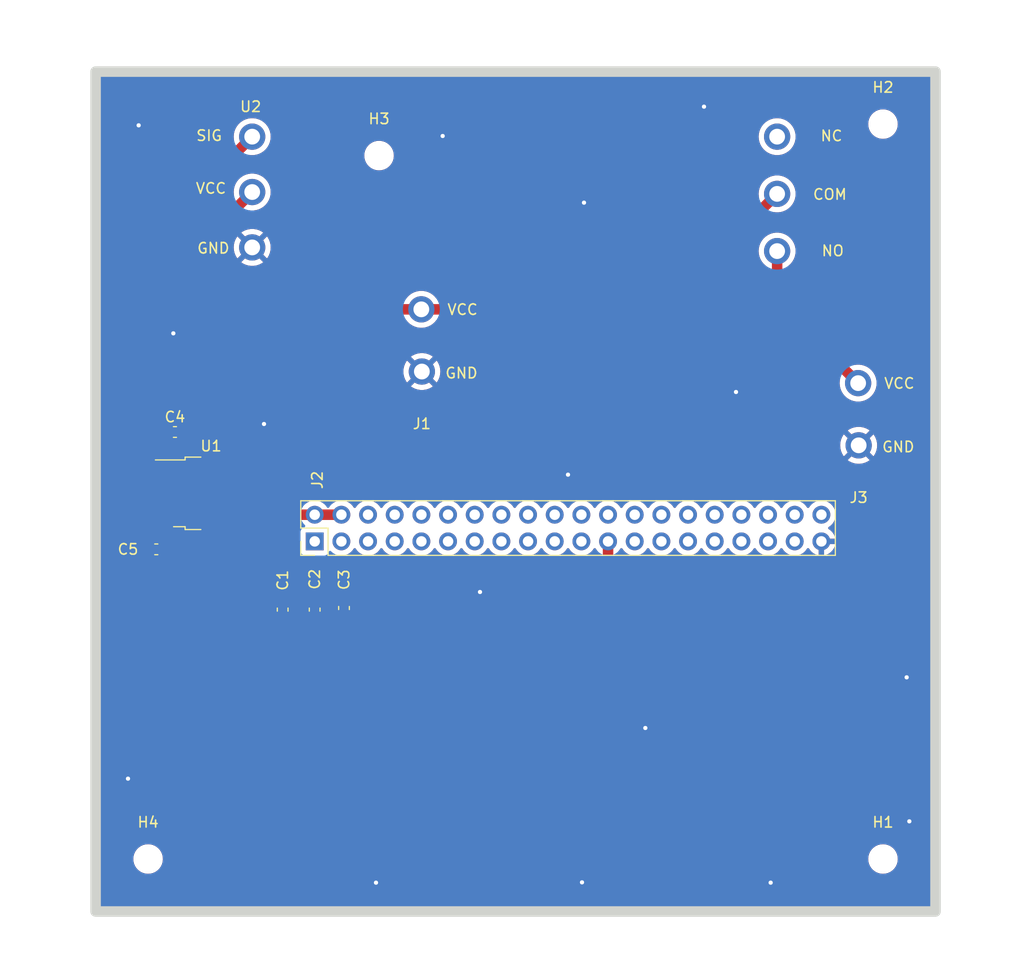
<source format=kicad_pcb>
(kicad_pcb (version 20221018) (generator pcbnew)
  (layers (0 "F.Cu" signal) (31 "B.Cu" signal) (34 "B.Paste" user) (35 "F.Paste" user) (36 "B.SilkS" user "B.Silkscreen") (37 "F.SilkS" user "F.Silkscreen") (38 "B.Mask" user) (39 "F.Mask" user) (44 "Edge.Cuts" user))
  (net 0 "")
  (net 1 "/5VDC_REG")
  (net 2 "/12VDC_REG")
  (net 3 "GND")
  (net 24 "/RELAY_SIG")
  (net 41 "Net-(J3-Pad1)")
  (footprint "MountingHole:MountingHole_2.5mm" (layer "F.Cu") (at 77 58)
    (fp_text reference "H3" (at 0 -3.5) (layer "F.SilkS"))
    (fp_text value "MountingHole")
    (pad "" np_thru_hole circle (at 0 0) (size 2.5 2.5) (drill 2.5) (layers "*.Cu" "*.Mask"))
  )
  (footprint "warning-light:01x02 pwr_input" (layer "F.Cu") (at 122.682 88.073)
    (fp_text reference "J3" (at 0 2.5 unlocked) (layer "F.SilkS"))
    (fp_text value "01x02_relay_conn")
    (fp_text user "VCC" (at 3.875 -8.375 unlocked) (layer "F.SilkS"))
    (fp_text user "GND" (at 3.775 -2.325 unlocked) (layer "F.SilkS"))
    (pad "1" thru_hole circle (at -0.05 -8.4) (size 2.5 2.5) (drill 1.5) (layers "*.Cu" "*.Mask") (net 41 "Net-(J3-Pad1)"))
    (pad "2" thru_hole circle (at 0 -2.475) (size 2.5 2.5) (drill 1.5) (layers "*.Cu" "*.Mask") (net 3 "GND"))
  )
  (footprint "warning-light:relay" (layer "F.Cu") (at 64.916 68.247)
    (fp_text reference "U2" (at -0.146 -14.907 unlocked) (layer "F.SilkS"))
    (fp_text value "relay")
    (fp_text user "NC" (at 55.175 -12.125 unlocked) (layer "F.SilkS"))
    (fp_text user "SIG" (at -4.1 -12.15 unlocked) (layer "F.SilkS"))
    (fp_text user "COM" (at 55.025 -6.55 unlocked) (layer "F.SilkS"))
    (fp_text user "NO" (at 55.3 -1.175 unlocked) (layer "F.SilkS"))
    (fp_text user "VCC" (at -3.925 -7.125 unlocked) (layer "F.SilkS"))
    (fp_text user "GND" (at -3.7 -1.425 unlocked) (layer "F.SilkS"))
    (pad "1" thru_hole circle (at 0 -12.05) (size 2.5 2.5) (drill 1.5) (layers "*.Cu" "*.Mask") (net 24 "/RELAY_SIG"))
    (pad "2" thru_hole circle (at 0 -6.775) (size 2.5 2.5) (drill 1.5) (layers "*.Cu" "*.Mask") (net 1 "/5VDC_REG"))
    (pad "3" thru_hole circle (at 0 -1.5) (size 2.5 2.5) (drill 1.5) (layers "*.Cu" "*.Mask") (net 3 "GND"))
    (pad "4" thru_hole circle (at 50 -12.05) (size 2.5 2.5) (drill 1.5) (layers "*.Cu" "*.Mask"))
    (pad "5" thru_hole circle (at 50 -6.6) (size 2.5 2.5) (drill 1.5) (layers "*.Cu" "*.Mask") (net 2 "/12VDC_REG"))
    (pad "6" thru_hole circle (at 50 -1.15) (size 2.5 2.5) (drill 1.5) (layers "*.Cu" "*.Mask") (net 41 "Net-(J3-Pad1)"))
  )
  (footprint "Capacitor_SMD:C_0603_1608Metric_Pad1.08x0.95mm_HandSolder" (layer "F.Cu") (at 70.866 101.2455 -90)
    (fp_text reference "C2" (at -2.8945 0 90) (layer "F.SilkS"))
    (fp_text value "1uF")
    (fp_line (start -0.146267 -0.51) (end 0.146267 -0.51) (stroke (width 0.12)) (layer "F.SilkS"))
    (fp_line (start -0.146267 0.51) (end 0.146267 0.51) (stroke (width 0.12)) (layer "F.SilkS"))
    (pad "1" smd roundrect (at -0.8625 0 270) (size 1.075 0.95) (layers "F.Cu" "F.Paste" "F.Mask") (net 1 "/5VDC_REG"))
    (pad "2" smd roundrect (at 0.8625 0 270) (size 1.075 0.95) (layers "F.Cu" "F.Paste" "F.Mask") (net 3 "GND"))
  )
  (footprint "MountingHole:MountingHole_2.5mm" (layer "F.Cu") (at 55 125)
    (fp_text reference "H4" (at 0 -3.5) (layer "F.SilkS"))
    (fp_text value "MountingHole")
    (pad "" np_thru_hole circle (at 0 0) (size 2.5 2.5) (drill 2.5) (layers "*.Cu" "*.Mask"))
  )
  (footprint "MountingHole:MountingHole_2.5mm" (layer "F.Cu") (at 125 125)
    (fp_text reference "H1" (at 0 -3.5) (layer "F.SilkS"))
    (fp_text value "MountingHole")
    (pad "" np_thru_hole circle (at 0 0) (size 2.5 2.5) (drill 2.5) (layers "*.Cu" "*.Mask"))
  )
  (footprint "Capacitor_SMD:C_0603_1608Metric_Pad1.08x0.95mm_HandSolder" (layer "F.Cu") (at 57.5575 84.328)
    (fp_text reference "C4" (at 0 -1.43) (layer "F.SilkS"))
    (fp_text value ".33uF")
    (fp_line (start -0.146267 -0.51) (end 0.146267 -0.51) (stroke (width 0.12)) (layer "F.SilkS"))
    (fp_line (start -0.146267 0.51) (end 0.146267 0.51) (stroke (width 0.12)) (layer "F.SilkS"))
    (pad "1" smd roundrect (at -0.8625 0) (size 1.075 0.95) (layers "F.Cu" "F.Paste" "F.Mask") (net 2 "/12VDC_REG"))
    (pad "2" smd roundrect (at 0.8625 0) (size 1.075 0.95) (layers "F.Cu" "F.Paste" "F.Mask") (net 3 "GND"))
  )
  (footprint "Capacitor_SMD:C_0603_1608Metric_Pad1.08x0.95mm_HandSolder" (layer "F.Cu") (at 67.818 101.2455 -90)
    (fp_text reference "C1" (at -2.794 0 90) (layer "F.SilkS"))
    (fp_text value "10uF")
    (fp_line (start -0.146267 -0.51) (end 0.146267 -0.51) (stroke (width 0.12)) (layer "F.SilkS"))
    (fp_line (start -0.146267 0.51) (end 0.146267 0.51) (stroke (width 0.12)) (layer "F.SilkS"))
    (pad "1" smd roundrect (at -0.8625 0 270) (size 1.075 0.95) (layers "F.Cu" "F.Paste" "F.Mask") (net 1 "/5VDC_REG"))
    (pad "2" smd roundrect (at 0.8625 0 270) (size 1.075 0.95) (layers "F.Cu" "F.Paste" "F.Mask") (net 3 "GND"))
  )
  (footprint "Capacitor_SMD:C_0603_1608Metric_Pad1.08x0.95mm_HandSolder" (layer "F.Cu") (at 55.7795 95.504 180)
    (fp_text reference "C5" (at 2.6935 0) (layer "F.SilkS"))
    (fp_text value "0.1uF")
    (fp_line (start -0.146267 -0.51) (end 0.146267 -0.51) (stroke (width 0.12)) (layer "F.SilkS"))
    (fp_line (start -0.146267 0.51) (end 0.146267 0.51) (stroke (width 0.12)) (layer "F.SilkS"))
    (pad "1" smd roundrect (at -0.8625 0 180) (size 1.075 0.95) (layers "F.Cu" "F.Paste" "F.Mask") (net 1 "/5VDC_REG"))
    (pad "2" smd roundrect (at 0.8625 0 180) (size 1.075 0.95) (layers "F.Cu" "F.Paste" "F.Mask") (net 3 "GND"))
  )
  (footprint "warning-light:01x02 pwr_input" (layer "F.Cu") (at 81.076 81.044)
    (fp_text reference "J1" (at 0 2.5 unlocked) (layer "F.SilkS"))
    (fp_text value "01x02_12V_PWR_in")
    (fp_text user "GND" (at 3.775 -2.325 unlocked) (layer "F.SilkS"))
    (fp_text user "VCC" (at 3.875 -8.375 unlocked) (layer "F.SilkS"))
    (pad "1" thru_hole circle (at -0.05 -8.4) (size 2.5 2.5) (drill 1.5) (layers "*.Cu" "*.Mask") (net 2 "/12VDC_REG"))
    (pad "2" thru_hole circle (at 0 -2.475) (size 2.5 2.5) (drill 1.5) (layers "*.Cu" "*.Mask") (net 3 "GND"))
  )
  (footprint "Capacitor_SMD:C_0603_1608Metric_Pad1.08x0.95mm_HandSolder" (layer "F.Cu") (at 73.66 101.092 -90)
    (fp_text reference "C3" (at -2.6935 0 90) (layer "F.SilkS"))
    (fp_text value "0.1uF")
    (fp_line (start -0.146267 -0.51) (end 0.146267 -0.51) (stroke (width 0.12)) (layer "F.SilkS"))
    (fp_line (start -0.146267 0.51) (end 0.146267 0.51) (stroke (width 0.12)) (layer "F.SilkS"))
    (pad "1" smd roundrect (at -0.8625 0 270) (size 1.075 0.95) (layers "F.Cu" "F.Paste" "F.Mask") (net 1 "/5VDC_REG"))
    (pad "2" smd roundrect (at 0.8625 0 270) (size 1.075 0.95) (layers "F.Cu" "F.Paste" "F.Mask") (net 3 "GND"))
  )
  (footprint "MountingHole:MountingHole_2.5mm" (layer "F.Cu") (at 125 55)
    (fp_text reference "H2" (at 0 -3.5) (layer "F.SilkS"))
    (fp_text value "MountingHole")
    (pad "" np_thru_hole circle (at 0 0) (size 2.5 2.5) (drill 2.5) (layers "*.Cu" "*.Mask"))
  )
  (footprint "Package_TO_SOT_SMD:TO-252-2" (layer "F.Cu") (at 60.995 90.169)
    (fp_text reference "U1" (at 0 -4.5) (layer "F.SilkS"))
    (fp_text value "L7805CDT-TR")
    (fp_line (start -2.47 -3.45) (end -2.47 -3.18) (stroke (width 0.12)) (layer "F.SilkS"))
    (fp_line (start -2.47 -3.18) (end -5.3 -3.18) (stroke (width 0.12)) (layer "F.SilkS"))
    (fp_line (start -2.47 3.18) (end -3.57 3.18) (stroke (width 0.12)) (layer "F.SilkS"))
    (fp_line (start -2.47 3.45) (end -2.47 3.18) (stroke (width 0.12)) (layer "F.SilkS"))
    (fp_line (start -0.97 -3.45) (end -2.47 -3.45) (stroke (width 0.12)) (layer "F.SilkS"))
    (fp_line (start -0.97 3.45) (end -2.47 3.45) (stroke (width 0.12)) (layer "F.SilkS"))
    (pad "1" smd rect (at -4.2 -2.28) (size 2.2 1.2) (layers "F.Cu" "F.Paste" "F.Mask") (net 2 "/12VDC_REG"))
    (pad "2" smd rect (at 2.1 0) (size 6.4 5.8) (layers "F.Cu" "F.Mask") (net 3 "GND"))
    (pad "3" smd rect (at -4.2 2.28) (size 2.2 1.2) (layers "F.Cu" "F.Paste" "F.Mask") (net 1 "/5VDC_REG"))
  )
  (footprint "Connector_PinHeader_2.54mm:PinHeader_2x20_P2.54mm_Vertical" (layer "F.Cu") (at 70.871 94.747 90)
    (fp_text reference "J2" (at 5.847 0.249 90) (layer "F.SilkS"))
    (fp_text value "Conn_02x20_Odd_Even")
    (fp_line (start -1.33 -1.33) (end 0 -1.33) (stroke (width 0.12)) (layer "F.SilkS"))
    (fp_line (start -1.33 0) (end -1.33 -1.33) (stroke (width 0.12)) (layer "F.SilkS"))
    (fp_line (start -1.33 1.27) (end -1.33 49.59) (stroke (width 0.12)) (layer "F.SilkS"))
    (fp_line (start -1.33 1.27) (end 1.27 1.27) (stroke (width 0.12)) (layer "F.SilkS"))
    (fp_line (start -1.33 49.59) (end 3.87 49.59) (stroke (width 0.12)) (layer "F.SilkS"))
    (fp_line (start 1.27 -1.33) (end 3.87 -1.33) (stroke (width 0.12)) (layer "F.SilkS"))
    (fp_line (start 1.27 1.27) (end 1.27 -1.33) (stroke (width 0.12)) (layer "F.SilkS"))
    (fp_line (start 3.87 -1.33) (end 3.87 49.59) (stroke (width 0.12)) (layer "F.SilkS"))
    (pad "1" thru_hole rect (at 0 0 90) (size 1.7 1.7) (drill 1) (layers "*.Cu" "*.Mask"))
    (pad "2" thru_hole oval (at 2.54 0 90) (size 1.7 1.7) (drill 1) (layers "*.Cu" "*.Mask") (net 1 "/5VDC_REG"))
    (pad "3" thru_hole oval (at 0 2.54 90) (size 1.7 1.7) (drill 1) (layers "*.Cu" "*.Mask"))
    (pad "4" thru_hole oval (at 2.54 2.54 90) (size 1.7 1.7) (drill 1) (layers "*.Cu" "*.Mask") (net 1 "/5VDC_REG"))
    (pad "5" thru_hole oval (at 0 5.08 90) (size 1.7 1.7) (drill 1) (layers "*.Cu" "*.Mask"))
    (pad "6" thru_hole oval (at 2.54 5.08 90) (size 1.7 1.7) (drill 1) (layers "*.Cu" "*.Mask"))
    (pad "7" thru_hole oval (at 0 7.62 90) (size 1.7 1.7) (drill 1) (layers "*.Cu" "*.Mask"))
    (pad "8" thru_hole oval (at 2.54 7.62 90) (size 1.7 1.7) (drill 1) (layers "*.Cu" "*.Mask"))
    (pad "9" thru_hole oval (at 0 10.16 90) (size 1.7 1.7) (drill 1) (layers "*.Cu" "*.Mask"))
    (pad "10" thru_hole oval (at 2.54 10.16 90) (size 1.7 1.7) (drill 1) (layers "*.Cu" "*.Mask"))
    (pad "11" thru_hole oval (at 0 12.7 90) (size 1.7 1.7) (drill 1) (layers "*.Cu" "*.Mask"))
    (pad "12" thru_hole oval (at 2.54 12.7 90) (size 1.7 1.7) (drill 1) (layers "*.Cu" "*.Mask"))
    (pad "13" thru_hole oval (at 0 15.24 90) (size 1.7 1.7) (drill 1) (layers "*.Cu" "*.Mask"))
    (pad "14" thru_hole oval (at 2.54 15.24 90) (size 1.7 1.7) (drill 1) (layers "*.Cu" "*.Mask"))
    (pad "15" thru_hole oval (at 0 17.78 90) (size 1.7 1.7) (drill 1) (layers "*.Cu" "*.Mask"))
    (pad "16" thru_hole oval (at 2.54 17.78 90) (size 1.7 1.7) (drill 1) (layers "*.Cu" "*.Mask"))
    (pad "17" thru_hole oval (at 0 20.32 90) (size 1.7 1.7) (drill 1) (layers "*.Cu" "*.Mask"))
    (pad "18" thru_hole oval (at 2.54 20.32 90) (size 1.7 1.7) (drill 1) (layers "*.Cu" "*.Mask"))
    (pad "19" thru_hole oval (at 0 22.86 90) (size 1.7 1.7) (drill 1) (layers "*.Cu" "*.Mask"))
    (pad "20" thru_hole oval (at 2.54 22.86 90) (size 1.7 1.7) (drill 1) (layers "*.Cu" "*.Mask"))
    (pad "21" thru_hole oval (at 0 25.4 90) (size 1.7 1.7) (drill 1) (layers "*.Cu" "*.Mask"))
    (pad "22" thru_hole oval (at 2.54 25.4 90) (size 1.7 1.7) (drill 1) (layers "*.Cu" "*.Mask"))
    (pad "23" thru_hole oval (at 0 27.94 90) (size 1.7 1.7) (drill 1) (layers "*.Cu" "*.Mask") (net 24 "/RELAY_SIG"))
    (pad "24" thru_hole oval (at 2.54 27.94 90) (size 1.7 1.7) (drill 1) (layers "*.Cu" "*.Mask"))
    (pad "25" thru_hole oval (at 0 30.48 90) (size 1.7 1.7) (drill 1) (layers "*.Cu" "*.Mask"))
    (pad "26" thru_hole oval (at 2.54 30.48 90) (size 1.7 1.7) (drill 1) (layers "*.Cu" "*.Mask"))
    (pad "27" thru_hole oval (at 0 33.02 90) (size 1.7 1.7) (drill 1) (layers "*.Cu" "*.Mask"))
    (pad "28" thru_hole oval (at 2.54 33.02 90) (size 1.7 1.7) (drill 1) (layers "*.Cu" "*.Mask"))
    (pad "29" thru_hole oval (at 0 35.56 90) (size 1.7 1.7) (drill 1) (layers "*.Cu" "*.Mask"))
    (pad "30" thru_hole oval (at 2.54 35.56 90) (size 1.7 1.7) (drill 1) (layers "*.Cu" "*.Mask"))
    (pad "31" thru_hole oval (at 0 38.1 90) (size 1.7 1.7) (drill 1) (layers "*.Cu" "*.Mask"))
    (pad "32" thru_hole oval (at 2.54 38.1 90) (size 1.7 1.7) (drill 1) (layers "*.Cu" "*.Mask"))
    (pad "33" thru_hole oval (at 0 40.64 90) (size 1.7 1.7) (drill 1) (layers "*.Cu" "*.Mask"))
    (pad "34" thru_hole oval (at 2.54 40.64 90) (size 1.7 1.7) (drill 1) (layers "*.Cu" "*.Mask"))
    (pad "35" thru_hole oval (at 0 43.18 90) (size 1.7 1.7) (drill 1) (layers "*.Cu" "*.Mask"))
    (pad "36" thru_hole oval (at 2.54 43.18 90) (size 1.7 1.7) (drill 1) (layers "*.Cu" "*.Mask"))
    (pad "37" thru_hole oval (at 0 45.72 90) (size 1.7 1.7) (drill 1) (layers "*.Cu" "*.Mask"))
    (pad "38" thru_hole oval (at 2.54 45.72 90) (size 1.7 1.7) (drill 1) (layers "*.Cu" "*.Mask"))
    (pad "39" thru_hole oval (at 0 48.26 90) (size 1.7 1.7) (drill 1) (layers "*.Cu" "*.Mask") (net 3 "GND"))
    (pad "40" thru_hole oval (at 2.54 48.26 90) (size 1.7 1.7) (drill 1) (layers "*.Cu" "*.Mask"))
  )
  (gr_rect (start 50 50) (end 130 130) (stroke (width 1)) (fill none) (layer "Edge.Cuts"))
  (segment (start 59.055 97.917) (end 61.521 100.383) (width 1) (layer "F.Cu") (net 1))
  (segment (start 68.072 97.282) (end 67.31 96.52) (width 1) (layer "F.Cu") (net 1))
  (segment (start 56.642 95.504) (end 59.055 97.917) (width 1) (layer "F.Cu") (net 1))
  (segment (start 64.916 61.472) (end 53.149 73.239) (width 1) (layer "F.Cu") (net 1))
  (segment (start 67.31 96.52) (end 67.31 93.472) (width 1) (layer "F.Cu") (net 1))
  (segment (start 56.795 95.351) (end 56.642 95.504) (width 1) (layer "F.Cu") (net 1))
  (segment (start 74.676 97.282) (end 68.072 97.282) (width 1) (layer "F.Cu") (net 1))
  (segment (start 70.866 100.383) (end 73.5065 100.383) (width 1) (layer "F.Cu") (net 1))
  (segment (start 53.149 73.239) (end 53.149 99.885) (width 1) (layer "F.Cu") (net 1))
  (segment (start 75.438 98.044) (end 74.676 97.282) (width 1) (layer "F.Cu") (net 1))
  (segment (start 68.575 92.207) (end 70.871 92.207) (width 1) (layer "F.Cu") (net 1))
  (segment (start 73.5065 100.383) (end 73.66 100.2295) (width 1) (layer "F.Cu") (net 1))
  (segment (start 70.871 92.207) (end 73.411 92.207) (width 1) (layer "F.Cu") (net 1))
  (segment (start 53.149 99.885) (end 54.102 100.838) (width 1) (layer "F.Cu") (net 1))
  (segment (start 56.795 92.449) (end 56.795 95.351) (width 1) (layer "F.Cu") (net 1))
  (segment (start 74.5225 100.2295) (end 75.438 99.314) (width 1) (layer "F.Cu") (net 1))
  (segment (start 56.134 100.838) (end 59.055 97.917) (width 1) (layer "F.Cu") (net 1))
  (segment (start 67.818 100.383) (end 70.866 100.383) (width 1) (layer "F.Cu") (net 1))
  (segment (start 61.521 100.383) (end 67.818 100.383) (width 1) (layer "F.Cu") (net 1))
  (segment (start 54.102 100.838) (end 56.134 100.838) (width 1) (layer "F.Cu") (net 1))
  (segment (start 73.66 100.2295) (end 74.5225 100.2295) (width 1) (layer "F.Cu") (net 1))
  (segment (start 67.31 93.472) (end 68.575 92.207) (width 1) (layer "F.Cu") (net 1))
  (segment (start 75.438 99.314) (end 75.438 98.044) (width 1) (layer "F.Cu") (net 1))
  (segment (start 68.240675 72.644) (end 56.695 84.189675) (width 1) (layer "F.Cu") (net 2))
  (segment (start 103.919 72.644) (end 114.916 61.647) (width 1) (layer "F.Cu") (net 2))
  (segment (start 56.795 84.428) (end 56.695 84.328) (width 1) (layer "F.Cu") (net 2))
  (segment (start 81.026 72.644) (end 103.919 72.644) (width 1) (layer "F.Cu") (net 2))
  (segment (start 56.795 87.889) (end 56.795 84.428) (width 1) (layer "F.Cu") (net 2))
  (segment (start 81.026 72.644) (end 68.240675 72.644) (width 1) (layer "F.Cu") (net 2))
  (segment (start 56.695 84.189675) (end 56.695 84.328) (width 1) (layer "F.Cu") (net 2))
  (via (at 96.52 62.484) (size 0.8) (drill 0.4) (layers "F.Cu" "B.Cu") (net 3))
  (via (at 107.95 53.34) (size 0.8) (drill 0.4) (layers "F.Cu" "B.Cu") (net 3))
  (via (at 94.996 88.392) (size 0.8) (drill 0.4) (layers "F.Cu" "B.Cu") (net 3))
  (via (at 127.254 107.696) (size 0.8) (drill 0.4) (layers "F.Cu" "B.Cu") (net 3))
  (via (at 76.708 127.254) (size 0.8) (drill 0.4) (layers "F.Cu" "B.Cu") (net 3))
  (via (at 66.04 83.566) (size 0.8) (drill 0.4) (layers "F.Cu" "B.Cu") (net 3))
  (via (at 127.508 121.412) (size 0.8) (drill 0.4) (layers "F.Cu" "B.Cu") (net 3))
  (via (at 54.102 55.118) (size 0.8) (drill 0.4) (layers "F.Cu" "B.Cu") (net 3))
  (via (at 110.998 80.518) (size 0.8) (drill 0.4) (layers "F.Cu" "B.Cu") (net 3))
  (via (at 102.362 112.522) (size 0.8) (drill 0.4) (layers "F.Cu" "B.Cu") (net 3))
  (via (at 53.086 117.348) (size 0.8) (drill 0.4) (layers "F.Cu" "B.Cu") (net 3))
  (via (at 96.329722 127.224018) (size 0.8) (drill 0.4) (layers "F.Cu" "B.Cu") (net 3))
  (via (at 114.3 127.254) (size 0.8) (drill 0.4) (layers "F.Cu" "B.Cu") (net 3))
  (via (at 86.614 99.568) (size 0.8) (drill 0.4) (layers "F.Cu" "B.Cu") (net 3))
  (via (at 83.058 56.134) (size 0.8) (drill 0.4) (layers "F.Cu" "B.Cu") (net 3))
  (via (at 57.404 74.93) (size 0.8) (drill 0.4) (layers "F.Cu" "B.Cu") (net 3))
  (segment (start 51.949 100.382056) (end 55.452944 103.886) (width 1) (layer "F.Cu") (net 24))
  (segment (start 51.949 69.164) (end 51.949 100.382056) (width 1) (layer "F.Cu") (net 24))
  (segment (start 55.452944 103.886) (end 95.504 103.886) (width 1) (layer "F.Cu") (net 24))
  (segment (start 95.504 103.886) (end 98.811 100.579) (width 1) (layer "F.Cu") (net 24))
  (segment (start 98.811 100.579) (end 98.811 94.747) (width 1) (layer "F.Cu") (net 24))
  (segment (start 64.916 56.197) (end 51.949 69.164) (width 1) (layer "F.Cu") (net 24))
  (segment (start 114.916 71.957) (end 122.632 79.673) (width 1) (layer "F.Cu") (net 41))
  (segment (start 114.916 67.097) (end 114.916 71.957) (width 1) (layer "F.Cu") (net 41))
  (zone (net 3) (net_name "GND") (layer "F.Cu") (connect_pads (clearance 0.508)) (min_thickness 0.254) (fill yes (thermal_gap 0.508) (thermal_bridge_width 0.508))
    (polygon (pts (xy 135.636 43.434) (xy 138.43 134.62) (xy 40.894 133.35) (xy 40.894 43.18)))
  )
  (zone (net 3) (net_name "GND") (layer "B.Cu") (connect_pads (clearance 0.508)) (min_thickness 0.254) (fill yes (thermal_gap 0.508) (thermal_bridge_width 0.508))
    (polygon (pts (xy 133.35 46.99) (xy 135.636 133.604) (xy 44.704 132.08) (xy 44.958 45.72)))
  )
)
</source>
